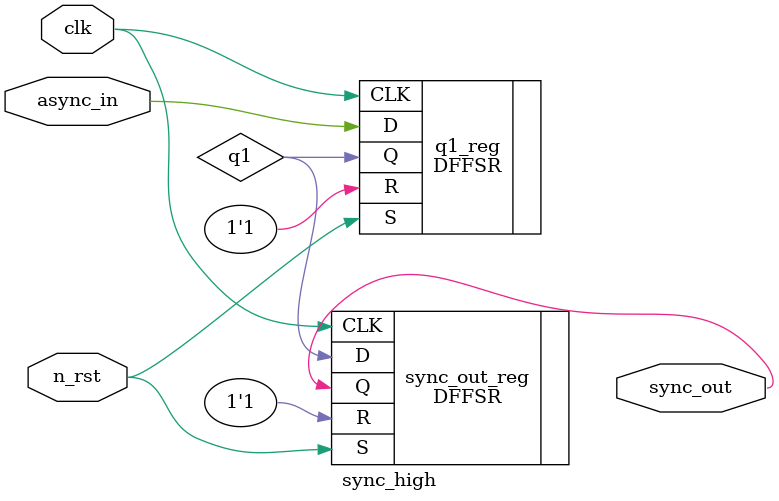
<source format=v>


module sync_high ( clk, n_rst, async_in, sync_out );
  input clk, n_rst, async_in;
  output sync_out;
  wire   q1;

  DFFSR q1_reg ( .D(async_in), .CLK(clk), .R(1'b1), .S(n_rst), .Q(q1) );
  DFFSR sync_out_reg ( .D(q1), .CLK(clk), .R(1'b1), .S(n_rst), .Q(sync_out) );
endmodule


</source>
